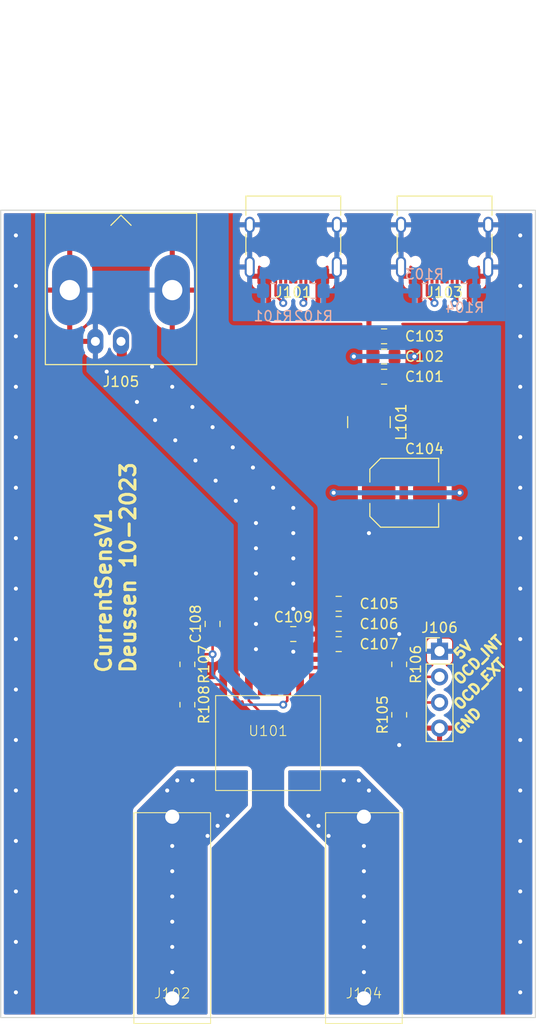
<source format=kicad_pcb>
(kicad_pcb (version 20221018) (generator pcbnew)
  (title_block (comment 4 "AISLER Project ID: ADEPIEZD"))
  (layers (0 "F.Cu" mixed) (31 "B.Cu" mixed) (34 "B.Paste" user) (35 "F.Paste" user) (36 "B.SilkS" user "B.Silkscreen") (37 "F.SilkS" user "F.Silkscreen") (38 "B.Mask" user) (39 "F.Mask" user) (44 "Edge.Cuts" user))
  (net 0 "")
  (net 2 "GND")
  (net 3 "Net-(U101-Uref)")
  (net 4 "+5V")
  (net 5 "Net-(J101-CC1)")
  (net 9 "Net-(J101-CC2)")
  (net 13 "Net-(U101-Ueocd)")
  (net 14 "/Ip+")
  (net 15 "/Ip-")
  (net 16 "/OCD_INT")
  (net 17 "/OCD_EXT")
  (net 18 "Net-(C101-Pad1)")
  (net 19 "Net-(J105-In)")
  (net 23 "Net-(J103-CC2)")
  (net 27 "Net-(J103-CC1)")
  (footprint "Capacitor_SMD:C_0805_2012Metric_Pad1.18x1.45mm_HandSolder" (layer "F.Cu") (at 148 62.5)
    (fp_text reference "C103" (at 4 0) (layer "F.SilkS"))
    (fp_text value "1n")
    (fp_line (start -0.261252 -0.735) (end 0.261252 -0.735) (stroke (width 0.12)) (layer "F.SilkS"))
    (fp_line (start -0.261252 0.735) (end 0.261252 0.735) (stroke (width 0.12)) (layer "F.SilkS"))
    (pad "1" smd roundrect (at -1.0375 0) (size 1.175 1.45) (layers "F.Cu" "F.Paste" "F.Mask") (roundrect_rratio 0.2127659574) (net 18 "Net-(C101-Pad1)"))
    (pad "2" smd roundrect (at 1.0375 0) (size 1.175 1.45) (layers "F.Cu" "F.Paste" "F.Mask") (roundrect_rratio 0.2127659574) (net 2 "GND"))
  )
  (footprint "Capacitor_SMD:C_Elec_6.3x7.7" (layer "F.Cu") (at 150 78)
    (fp_text reference "C104" (at 2 -4.35) (layer "F.SilkS"))
    (fp_text value "100u")
    (fp_line (start -3.41 -2.345563) (end -3.41 -1.06) (stroke (width 0.12)) (layer "F.SilkS"))
    (fp_line (start -3.41 -2.345563) (end -2.345563 -3.41) (stroke (width 0.12)) (layer "F.SilkS"))
    (fp_line (start -3.41 2.345563) (end -3.41 1.06) (stroke (width 0.12)) (layer "F.SilkS"))
    (fp_line (start -3.41 2.345563) (end -2.345563 3.41) (stroke (width 0.12)) (layer "F.SilkS"))
    (fp_line (start -2.345563 -3.41) (end 3.41 -3.41) (stroke (width 0.12)) (layer "F.SilkS"))
    (fp_line (start -2.345563 3.41) (end 3.41 3.41) (stroke (width 0.12)) (layer "F.SilkS"))
    (fp_line (start 3.41 -3.41) (end 3.41 -1.06) (stroke (width 0.12)) (layer "F.SilkS"))
    (fp_line (start 3.41 3.41) (end 3.41 1.06) (stroke (width 0.12)) (layer "F.SilkS"))
    (pad "1" smd roundrect (at -2.5375 0) (size 3.325 1.6) (layers "F.Cu" "F.Paste" "F.Mask") (roundrect_rratio 0.15625) (net 4 "+5V"))
    (pad "2" smd roundrect (at 2.5375 0) (size 3.325 1.6) (layers "F.Cu" "F.Paste" "F.Mask") (roundrect_rratio 0.15625) (net 2 "GND"))
  )
  (footprint "Capacitor_SMD:C_0805_2012Metric_Pad1.18x1.45mm_HandSolder" (layer "F.Cu") (at 148 64.5)
    (fp_text reference "C102" (at 4 0) (layer "F.SilkS"))
    (fp_text value "10n")
    (fp_line (start -0.261252 -0.735) (end 0.261252 -0.735) (stroke (width 0.12)) (layer "F.SilkS"))
    (fp_line (start -0.261252 0.735) (end 0.261252 0.735) (stroke (width 0.12)) (layer "F.SilkS"))
    (pad "1" smd roundrect (at -1.0375 0) (size 1.175 1.45) (layers "F.Cu" "F.Paste" "F.Mask") (roundrect_rratio 0.2127659574) (net 18 "Net-(C101-Pad1)"))
    (pad "2" smd roundrect (at 1.0375 0) (size 1.175 1.45) (layers "F.Cu" "F.Paste" "F.Mask") (roundrect_rratio 0.2127659574) (net 2 "GND"))
  )
  (footprint "Capacitor_SMD:C_0805_2012Metric_Pad1.18x1.45mm_HandSolder" (layer "F.Cu") (at 148 66.5)
    (fp_text reference "C101" (at 4 0) (layer "F.SilkS"))
    (fp_text value "100n")
    (fp_line (start -0.261252 -0.735) (end 0.261252 -0.735) (stroke (width 0.12)) (layer "F.SilkS"))
    (fp_line (start -0.261252 0.735) (end 0.261252 0.735) (stroke (width 0.12)) (layer "F.SilkS"))
    (pad "1" smd roundrect (at -1.0375 0) (size 1.175 1.45) (layers "F.Cu" "F.Paste" "F.Mask") (roundrect_rratio 0.2127659574) (net 18 "Net-(C101-Pad1)"))
    (pad "2" smd roundrect (at 1.0375 0) (size 1.175 1.45) (layers "F.Cu" "F.Paste" "F.Mask") (roundrect_rratio 0.2127659574) (net 2 "GND"))
  )
  (footprint "Capacitor_SMD:C_0805_2012Metric_Pad1.18x1.45mm_HandSolder" (layer "F.Cu") (at 139 92)
    (fp_text reference "C109" (at 0 -1.68) (layer "F.SilkS"))
    (fp_text value "4n7")
    (fp_line (start -0.261252 -0.735) (end 0.261252 -0.735) (stroke (width 0.12)) (layer "F.SilkS"))
    (fp_line (start -0.261252 0.735) (end 0.261252 0.735) (stroke (width 0.12)) (layer "F.SilkS"))
    (pad "1" smd roundrect (at -1.0375 0) (size 1.175 1.45) (layers "F.Cu" "F.Paste" "F.Mask") (roundrect_rratio 0.2127659574) (net 19 "Net-(J105-In)"))
    (pad "2" smd roundrect (at 1.0375 0) (size 1.175 1.45) (layers "F.Cu" "F.Paste" "F.Mask") (roundrect_rratio 0.2127659574) (net 2 "GND"))
  )
  (footprint "Capacitor_SMD:C_0805_2012Metric_Pad1.18x1.45mm_HandSolder" (layer "F.Cu") (at 143.5 93)
    (fp_text reference "C107" (at 4 0) (layer "F.SilkS"))
    (fp_text value "10n")
    (fp_line (start -0.261252 -0.735) (end 0.261252 -0.735) (stroke (width 0.12)) (layer "F.SilkS"))
    (fp_line (start -0.261252 0.735) (end 0.261252 0.735) (stroke (width 0.12)) (layer "F.SilkS"))
    (pad "1" smd roundrect (at -1.0375 0) (size 1.175 1.45) (layers "F.Cu" "F.Paste" "F.Mask") (roundrect_rratio 0.2127659574) (net 4 "+5V"))
    (pad "2" smd roundrect (at 1.0375 0) (size 1.175 1.45) (layers "F.Cu" "F.Paste" "F.Mask") (roundrect_rratio 0.2127659574) (net 2 "GND"))
  )
  (footprint "Resistor_SMD:R_0805_2012Metric_Pad1.20x1.40mm_HandSolder" (layer "F.Cu") (at 128.5 95 -90)
    (fp_text reference "R107" (at 0 -1.65 90) (layer "F.SilkS"))
    (fp_text value "10k")
    (fp_line (start -0.227064 -0.735) (end 0.227064 -0.735) (stroke (width 0.12)) (layer "F.SilkS"))
    (fp_line (start -0.227064 0.735) (end 0.227064 0.735) (stroke (width 0.12)) (layer "F.SilkS"))
    (pad "1" smd roundrect (at -1 0 270) (size 1.2 1.4) (layers "F.Cu" "F.Paste" "F.Mask") (roundrect_rratio 0.2083333333) (net 3 "Net-(U101-Uref)"))
    (pad "2" smd roundrect (at 1 0 270) (size 1.2 1.4) (layers "F.Cu" "F.Paste" "F.Mask") (roundrect_rratio 0.2083333333) (net 13 "Net-(U101-Ueocd)"))
  )
  (footprint "Connector_Coaxial:BNC_Amphenol_B6252HB-NPP3G-50_Horizontal" (layer "F.Cu") (at 121.92 63)
    (fp_text reference "J105" (at 0 4) (layer "F.SilkS"))
    (fp_text value "Conn_Coaxial")
    (fp_line (start -7.5 -12.7) (end 7.5 -12.7) (stroke (width 0.12)) (layer "F.SilkS"))
    (fp_line (start -7.5 2.3) (end -7.5 -12.7) (stroke (width 0.12)) (layer "F.SilkS"))
    (fp_line (start 0 -12.5) (end -1 -11.5) (stroke (width 0.12)) (layer "F.SilkS"))
    (fp_line (start 0 -12.5) (end 1 -11.5) (stroke (width 0.12)) (layer "F.SilkS"))
    (fp_line (start 7.5 -12.7) (end 7.5 2.3) (stroke (width 0.12)) (layer "F.SilkS"))
    (fp_line (start 7.5 2.3) (end -7.5 2.3) (stroke (width 0.12)) (layer "F.SilkS"))
    (pad "1" thru_hole oval (at 0 0) (size 1.6 2.5) (drill 0.89) (layers "*.Cu" "*.Mask") (net 19 "Net-(J105-In)"))
    (pad "2" thru_hole oval (at -5.08 -5.08) (size 3.5 7) (drill 2.01) (layers "*.Cu" "*.Mask") (net 2 "GND"))
    (pad "2" thru_hole oval (at -2.54 0) (size 1.6 2.5) (drill 0.89) (layers "*.Cu" "*.Mask") (net 2 "GND"))
    (pad "2" thru_hole oval (at 5.08 -5.08) (size 3.5 7) (drill 2.01) (layers "*.Cu" "*.Mask") (net 2 "GND"))
  )
  (footprint "Capacitor_SMD:C_0805_2012Metric_Pad1.18x1.45mm_HandSolder" (layer "F.Cu") (at 143.5 89)
    (fp_text reference "C105" (at 4 0) (layer "F.SilkS"))
    (fp_text value "1u")
    (fp_line (start -0.261252 -0.735) (end 0.261252 -0.735) (stroke (width 0.12)) (layer "F.SilkS"))
    (fp_line (start -0.261252 0.735) (end 0.261252 0.735) (stroke (width 0.12)) (layer "F.SilkS"))
    (pad "1" smd roundrect (at -1.0375 0) (size 1.175 1.45) (layers "F.Cu" "F.Paste" "F.Mask") (roundrect_rratio 0.2127659574) (net 4 "+5V"))
    (pad "2" smd roundrect (at 1.0375 0) (size 1.175 1.45) (layers "F.Cu" "F.Paste" "F.Mask") (roundrect_rratio 0.2127659574) (net 2 "GND"))
  )
  (footprint "Resistor_SMD:R_0805_2012Metric_Pad1.20x1.40mm_HandSolder" (layer "F.Cu") (at 149.5 95 -90)
    (fp_text reference "R106" (at 0 -1.65 90) (layer "F.SilkS"))
    (fp_text value "10k")
    (fp_line (start -0.227064 -0.735) (end 0.227064 -0.735) (stroke (width 0.12)) (layer "F.SilkS"))
    (fp_line (start -0.227064 0.735) (end 0.227064 0.735) (stroke (width 0.12)) (layer "F.SilkS"))
    (pad "1" smd roundrect (at -1 0 270) (size 1.2 1.4) (layers "F.Cu" "F.Paste" "F.Mask") (roundrect_rratio 0.2083333333) (net 4 "+5V"))
    (pad "2" smd roundrect (at 1 0 270) (size 1.2 1.4) (layers "F.Cu" "F.Paste" "F.Mask") (roundrect_rratio 0.2083333333) (net 16 "/OCD_INT"))
  )
  (footprint "Capacitor_SMD:C_0805_2012Metric_Pad1.18x1.45mm_HandSolder" (layer "F.Cu") (at 131 91 90)
    (fp_text reference "C108" (at 0 -1.68 90) (layer "F.SilkS"))
    (fp_text value "47n")
    (fp_line (start -0.261252 -0.735) (end 0.261252 -0.735) (stroke (width 0.12)) (layer "F.SilkS"))
    (fp_line (start -0.261252 0.735) (end 0.261252 0.735) (stroke (width 0.12)) (layer "F.SilkS"))
    (pad "1" smd roundrect (at -1.0375 0 90) (size 1.175 1.45) (layers "F.Cu" "F.Paste" "F.Mask") (roundrect_rratio 0.2127659574) (net 3 "Net-(U101-Uref)"))
    (pad "2" smd roundrect (at 1.0375 0 90) (size 1.175 1.45) (layers "F.Cu" "F.Paste" "F.Mask") (roundrect_rratio 0.2127659574) (net 2 "GND"))
  )
  (footprint "Connector_USB:USB_C_Receptacle_HRO_TYPE-C-31-M-12" (layer "F.Cu") (at 154 52.5 180)
    (fp_text reference "J103" (at 0 -5.645) (layer "F.SilkS"))
    (fp_text value "USB_C_Receptacle_USB2.0")
    (fp_line (start -4.7 -1.9) (end -4.7 0.1) (stroke (width 0.12)) (layer "F.SilkS"))
    (fp_line (start -4.7 2) (end -4.7 3.9) (stroke (width 0.12)) (layer "F.SilkS"))
    (fp_line (start -4.7 3.9) (end 4.7 3.9) (stroke (width 0.12)) (layer "F.SilkS"))
    (fp_line (start 4.7 -1.9) (end 4.7 0.1) (stroke (width 0.12)) (layer "F.SilkS"))
    (fp_line (start 4.7 2) (end 4.7 3.9) (stroke (width 0.12)) (layer "F.SilkS"))
    (pad "" np_thru_hole circle (at -2.89 -2.6 180) (size 0.65 0.65) (drill 0.65) (layers "*.Cu" "*.Mask"))
    (pad "" np_thru_hole circle (at 2.89 -2.6 180) (size 0.65 0.65) (drill 0.65) (layers "*.Cu" "*.Mask"))
    (pad "A1" smd rect (at -3.25 -4.045 180) (size 0.6 1.45) (layers "F.Cu" "F.Paste" "F.Mask") (net 2 "GND"))
    (pad "A4" smd rect (at -2.45 -4.045 180) (size 0.6 1.45) (layers "F.Cu" "F.Paste" "F.Mask") (net 18 "Net-(C101-Pad1)"))
    (pad "A5" smd rect (at -1.25 -4.045 180) (size 0.3 1.45) (layers "F.Cu" "F.Paste" "F.Mask") (net 27 "Net-(J103-CC1)"))
    (pad "A6" smd rect (at -0.25 -4.045 180) (size 0.3 1.45) (layers "F.Cu" "F.Paste" "F.Mask"))
    (pad "A7" smd rect (at 0.25 -4.045 180) (size 0.3 1.45) (layers "F.Cu" "F.Paste" "F.Mask"))
    (pad "A8" smd rect (at 1.25 -4.045 180) (size 0.3 1.45) (layers "F.Cu" "F.Paste" "F.Mask"))
    (pad "A9" smd rect (at 2.45 -4.045 180) (size 0.6 1.45) (layers "F.Cu" "F.Paste" "F.Mask") (net 18 "Net-(C101-Pad1)"))
    (pad "A12" smd rect (at 3.25 -4.045 180) (size 0.6 1.45) (layers "F.Cu" "F.Paste" "F.Mask") (net 2 "GND"))
    (pad "B1" smd rect (at 3.25 -4.045 180) (size 0.6 1.45) (layers "F.Cu" "F.Paste" "F.Mask") (net 2 "GND"))
    (pad "B4" smd rect (at 2.45 -4.045 180) (size 0.6 1.45) (layers "F.Cu" "F.Paste" "F.Mask") (net 18 "Net-(C101-Pad1)"))
    (pad "B5" smd rect (at 1.75 -4.045 180) (size 0.3 1.45) (layers "F.Cu" "F.Paste" "F.Mask") (net 23 "Net-(J103-CC2)"))
    (pad "B6" smd rect (at 0.75 -4.045 180) (size 0.3 1.45) (layers "F.Cu" "F.Paste" "F.Mask"))
    (pad "B7" smd rect (at -0.75 -4.045 180) (size 0.3 1.45) (layers "F.Cu" "F.Paste" "F.Mask"))
    (pad "B8" smd rect (at -1.75 -4.045 180) (size 0.3 1.45) (layers "F.Cu" "F.Paste" "F.Mask"))
    (pad "B9" smd rect (at -2.45 -4.045 180) (size 0.6 1.45) (layers "F.Cu" "F.Paste" "F.Mask") (net 18 "Net-(C101-Pad1)"))
    (pad "B12" smd rect (at -3.25 -4.045 180) (size 0.6 1.45) (layers "F.Cu" "F.Paste" "F.Mask") (net 2 "GND"))
    (pad "S1" thru_hole oval (at -4.32 -3.13 180) (size 1 2.1) (drill oval 0.6 1.7) (layers "*.Cu" "*.Mask") (net 2 "GND"))
    (pad "S1" thru_hole oval (at -4.32 1.05 180) (size 1 1.6) (drill oval 0.6 1.2) (layers "*.Cu" "*.Mask") (net 2 "GND"))
    (pad "S1" thru_hole oval (at 4.32 -3.13 180) (size 1 2.1) (drill oval 0.6 1.7) (layers "*.Cu" "*.Mask") (net 2 "GND"))
    (pad "S1" thru_hole oval (at 4.32 1.05 180) (size 1 1.6) (drill oval 0.6 1.2) (layers "*.Cu" "*.Mask") (net 2 "GND"))
  )
  (footprint "Connector_PinHeader_2.54mm:PinHeader_1x04_P2.54mm_Vertical" (layer "F.Cu") (at 153.5 93.7)
    (fp_text reference "J106" (at 0 -2.33) (layer "F.SilkS"))
    (fp_text value "Conn_01x04")
    (fp_line (start -1.33 -1.33) (end 0 -1.33) (stroke (width 0.12)) (layer "F.SilkS"))
    (fp_line (start -1.33 0) (end -1.33 -1.33) (stroke (width 0.12)) (layer "F.SilkS"))
    (fp_line (start -1.33 1.27) (end -1.33 8.95) (stroke (width 0.12)) (layer "F.SilkS"))
    (fp_line (start -1.33 1.27) (end 1.33 1.27) (stroke (width 0.12)) (layer "F.SilkS"))
    (fp_line (start -1.33 8.95) (end 1.33 8.95) (stroke (width 0.12)) (layer "F.SilkS"))
    (fp_line (start 1.33 1.27) (end 1.33 8.95) (stroke (width 0.12)) (layer "F.SilkS"))
    (pad "1" thru_hole rect (at 0 0) (size 1.7 1.7) (drill 1) (layers "*.Cu" "*.Mask") (net 4 "+5V"))
    (pad "2" thru_hole oval (at 0 2.54) (size 1.7 1.7) (drill 1) (layers "*.Cu" "*.Mask") (net 16 "/OCD_INT"))
    (pad "3" thru_hole oval (at 0 5.08) (size 1.7 1.7) (drill 1) (layers "*.Cu" "*.Mask") (net 17 "/OCD_EXT"))
    (pad "4" thru_hole oval (at 0 7.62) (size 1.7 1.7) (drill 1) (layers "*.Cu" "*.Mask") (net 2 "GND"))
  )
  (footprint "CurrentSens:PB4" (layer "F.Cu") (at 127 128.1)
    (fp_text reference "J102" (at 0 -0.5 unlocked) (layer "F.SilkS") (effects (font (thickness 0.1))))
    (fp_text value "Conn_01x01")
    (fp_rect (start -3.8 -18.4) (end 3.8 2.5) (stroke (width 0.1)) (fill none) (layer "F.SilkS"))
    (pad "1" thru_hole circle (at 0 -18) (size 2.2 2.2) (drill 1.4) (layers "*.Cu" "*.Mask") (net 14 "/Ip+"))
    (pad "1" thru_hole circle (at 0 0) (size 2.2 2.2) (drill 1.4) (layers "*.Cu" "*.Mask") (net 14 "/Ip+"))
  )
  (footprint "CurrentSens:LEM_HMSR" (layer "F.Cu") (at 136.5 102.1)
    (fp_text reference "U101" (at 0 -0.5 unlocked) (layer "F.SilkS") (effects (font (thickness 0.1))))
    (fp_text value "~")
    (fp_rect (start -5.2 -4) (end 5.2 5.4) (stroke (width 0.1)) (fill none) (layer "F.SilkS"))
    (pad "1" smd rect (at -4.06 5.35) (size 2.54 2.7) (layers "F.Cu" "F.Paste" "F.Mask") (net 14 "/Ip+"))
    (pad "8" smd rect (at 4.06 5.35) (size 2.54 2.7) (layers "F.Cu" "F.Paste" "F.Mask") (net 15 "/Ip-"))
    (pad "9" smd rect (at 4.445 -5.1) (size 0.76 2.2) (layers "F.Cu" "F.Paste" "F.Mask") (net 16 "/OCD_INT"))
    (pad "10" smd rect (at 3.175 -5.1) (size 0.76 2.2) (layers "F.Cu" "F.Paste" "F.Mask") (net 4 "+5V"))
    (pad "11" smd rect (at 1.905 -5.1) (size 0.76 2.2) (layers "F.Cu" "F.Paste" "F.Mask") (net 3 "Net-(U101-Uref)"))
    (pad "12" smd rect (at 0.635 -5.1) (size 0.76 2.2) (layers "F.Cu" "F.Paste" "F.Mask") (net 19 "Net-(J105-In)"))
    (pad "13" smd rect (at -0.63 -5.1) (size 0.76 2.2) (layers "F.Cu" "F.Paste" "F.Mask"))
    (pad "14" smd rect (at -1.905 -5.1) (size 0.76 2.2) (layers "F.Cu" "F.Paste" "F.Mask") (net 17 "/OCD_EXT"))
    (pad "15" smd rect (at -3.175 -5.1) (size 0.76 2.2) (layers "F.Cu" "F.Paste" "F.Mask") (net 2 "GND"))
    (pad "16" smd rect (at -4.445 -5.1) (size 0.76 2.2) (layers "F.Cu" "F.Paste" "F.Mask") (net 13 "Net-(U101-Ueocd)"))
  )
  (footprint "Connector_USB:USB_C_Receptacle_HRO_TYPE-C-31-M-12" (layer "F.Cu") (at 139 52.5 180)
    (fp_text reference "J101" (at 0 -5.645) (layer "F.SilkS"))
    (fp_text value "USB_C_Receptacle_USB2.0")
    (fp_line (start -4.7 -1.9) (end -4.7 0.1) (stroke (width 0.12)) (layer "F.SilkS"))
    (fp_line (start -4.7 2) (end -4.7 3.9) (stroke (width 0.12)) (layer "F.SilkS"))
    (fp_line (start -4.7 3.9) (end 4.7 3.9) (stroke (width 0.12)) (layer "F.SilkS"))
    (fp_line (start 4.7 -1.9) (end 4.7 0.1) (stroke (width 0.12)) (layer "F.SilkS"))
    (fp_line (start 4.7 2) (end 4.7 3.9) (stroke (width 0.12)) (layer "F.SilkS"))
    (pad "" np_thru_hole circle (at -2.89 -2.6 180) (size 0.65 0.65) (drill 0.65) (layers "*.Cu" "*.Mask"))
    (pad "" np_thru_hole circle (at 2.89 -2.6 180) (size 0.65 0.65) (drill 0.65) (layers "*.Cu" "*.Mask"))
    (pad "A1" smd rect (at -3.25 -4.045 180) (size 0.6 1.45) (layers "F.Cu" "F.Paste" "F.Mask") (net 2 "GND"))
    (pad "A4" smd rect (at -2.45 -4.045 180) (size 0.6 1.45) (layers "F.Cu" "F.Paste" "F.Mask") (net 18 "Net-(C101-Pad1)"))
    (pad "A5" smd rect (at -1.25 -4.045 180) (size 0.3 1.45) (layers "F.Cu" "F.Paste" "F.Mask") (net 5 "Net-(J101-CC1)"))
    (pad "A6" smd rect (at -0.25 -4.045 180) (size 0.3 1.45) (layers "F.Cu" "F.Paste" "F.Mask"))
    (pad "A7" smd rect (at 0.25 -4.045 180) (size 0.3 1.45) (layers "F.Cu" "F.Paste" "F.Mask"))
    (pad "A8" smd rect (at 1.25 -4.045 180) (size 0.3 1.45) (layers "F.Cu" "F.Paste" "F.Mask"))
    (pad "A9" smd rect (at 2.45 -4.045 180) (size 0.6 1.45) (layers "F.Cu" "F.Paste" "F.Mask") (net 18 "Net-(C101-Pad1)"))
    (pad "A12" smd rect (at 3.25 -4.045 180) (size 0.6 1.45) (layers "F.Cu" "F.Paste" "F.Mask") (net 2 "GND"))
    (pad "B1" smd rect (at 3.25 -4.045 180) (size 0.6 1.45) (layers "F.Cu" "F.Paste" "F.Mask") (net 2 "GND"))
    (pad "B4" smd rect (at 2.45 -4.045 180) (size 0.6 1.45) (layers "F.Cu" "F.Paste" "F.Mask") (net 18 "Net-(C101-Pad1)"))
    (pad "B5" smd rect (at 1.75 -4.045 180) (size 0.3 1.45) (layers "F.Cu" "F.Paste" "F.Mask") (net 9 "Net-(J101-CC2)"))
    (pad "B6" smd rect (at 0.75 -4.045 180) (size 0.3 1.45) (layers "F.Cu" "F.Paste" "F.Mask"))
    (pad "B7" smd rect (at -0.75 -4.045 180) (size 0.3 1.45) (layers "F.Cu" "F.Paste" "F.Mask"))
    (pad "B8" smd rect (at -1.75 -4.045 180) (size 0.3 1.45) (layers "F.Cu" "F.Paste" "F.Mask"))
    (pad "B9" smd rect (at -2.45 -4.045 180) (size 0.6 1.45) (layers "F.Cu" "F.Paste" "F.Mask") (net 18 "Net-(C101-Pad1)"))
    (pad "B12" smd rect (at -3.25 -4.045 180) (size 0.6 1.45) (layers "F.Cu" "F.Paste" "F.Mask") (net 2 "GND"))
    (pad "S1" thru_hole oval (at -4.32 -3.13 180) (size 1 2.1) (drill oval 0.6 1.7) (layers "*.Cu" "*.Mask") (net 2 "GND"))
    (pad "S1" thru_hole oval (at -4.32 1.05 180) (size 1 1.6) (drill oval 0.6 1.2) (layers "*.Cu" "*.Mask") (net 2 "GND"))
    (pad "S1" thru_hole oval (at 4.32 -3.13 180) (size 1 2.1) (drill oval 0.6 1.7) (layers "*.Cu" "*.Mask") (net 2 "GND"))
    (pad "S1" thru_hole oval (at 4.32 1.05 180) (size 1 1.6) (drill oval 0.6 1.2) (layers "*.Cu" "*.Mask") (net 2 "GND"))
  )
  (footprint "Resistor_SMD:R_0805_2012Metric_Pad1.20x1.40mm_HandSolder" (layer "F.Cu") (at 149.5 100 90)
    (fp_text reference "R105" (at 0 -1.65 90) (layer "F.SilkS"))
    (fp_text value "10k")
    (fp_line (start -0.227064 -0.735) (end 0.227064 -0.735) (stroke (width 0.12)) (layer "F.SilkS"))
    (fp_line (start -0.227064 0.735) (end 0.227064 0.735) (stroke (width 0.12)) (layer "F.SilkS"))
    (pad "1" smd roundrect (at -1 0 90) (size 1.2 1.4) (layers "F.Cu" "F.Paste" "F.Mask") (roundrect_rratio 0.2083333333) (net 4 "+5V"))
    (pad "2" smd roundrect (at 1 0 90) (size 1.2 1.4) (layers "F.Cu" "F.Paste" "F.Mask") (roundrect_rratio 0.2083333333) (net 17 "/OCD_EXT"))
  )
  (footprint "Capacitor_SMD:C_0805_2012Metric_Pad1.18x1.45mm_HandSolder" (layer "F.Cu") (at 143.5 91)
    (fp_text reference "C106" (at 4 0) (layer "F.SilkS"))
    (fp_text value "100n")
    (fp_line (start -0.261252 -0.735) (end 0.261252 -0.735) (stroke (width 0.12)) (layer "F.SilkS"))
    (fp_line (start -0.261252 0.735) (end 0.261252 0.735) (stroke (width 0.12)) (layer "F.SilkS"))
    (pad "1" smd roundrect (at -1.0375 0) (size 1.175 1.45) (layers "F.Cu" "F.Paste" "F.Mask") (roundrect_rratio 0.2127659574) (net 4 "+5V"))
    (pad "2" smd roundrect (at 1.0375 0) (size 1.175 1.45) (layers "F.Cu" "F.Paste" "F.Mask") (roundrect_rratio 0.2127659574) (net 2 "GND"))
  )
  (footprint "Inductor_SMD:L_Ferrocore_DLG-0403" (layer "F.Cu") (at 146.5 71 -90)
    (fp_text reference "L101" (at 0 -3.2 90) (layer "F.SilkS"))
    (fp_text value "L")
    (fp_line (start -0.55 -2.11) (end 0.55 -2.11) (stroke (width 0.12)) (layer "F.SilkS"))
    (fp_line (start -0.55 2.11) (end 0.55 2.11) (stroke (width 0.12)) (layer "F.SilkS"))
    (pad "1" smd rect (at -1.625 0 270) (size 1.75 4.5) (layers "F.Cu" "F.Paste" "F.Mask") (net 18 "Net-(C101-Pad1)"))
    (pad "2" smd rect (at 1.625 0 270) (size 1.75 4.5) (layers "F.Cu" "F.Paste" "F.Mask") (net 4 "+5V"))
  )
  (footprint "CurrentSens:PB4" (layer "F.Cu") (at 146 128.1)
    (fp_text reference "J104" (at 0 -0.5 unlocked) (layer "F.SilkS") (effects (font (thickness 0.1))))
    (fp_text value "Conn_01x01")
    (fp_rect (start -3.8 -18.4) (end 3.8 2.5) (stroke (width 0.1)) (fill none) (layer "F.SilkS"))
    (pad "1" thru_hole circle (at 0 -18) (size 2.2 2.2) (drill 1.4) (layers "*.Cu" "*.Mask") (net 15 "/Ip-"))
    (pad "1" thru_hole circle (at 0 0) (size 2.2 2.2) (drill 1.4) (layers "*.Cu" "*.Mask") (net 15 "/Ip-"))
  )
  (footprint "Resistor_SMD:R_0805_2012Metric_Pad1.20x1.40mm_HandSolder" (layer "F.Cu") (at 128.5 99 -90)
    (fp_text reference "R108" (at 0 -1.65 90) (layer "F.SilkS"))
    (fp_text value "10k")
    (fp_line (start -0.227064 -0.735) (end 0.227064 -0.735) (stroke (width 0.12)) (layer "F.SilkS"))
    (fp_line (start -0.227064 0.735) (end 0.227064 0.735) (stroke (width 0.12)) (layer "F.SilkS"))
    (pad "1" smd roundrect (at -1 0 270) (size 1.2 1.4) (layers "F.Cu" "F.Paste" "F.Mask") (roundrect_rratio 0.2083333333) (net 13 "Net-(U101-Ueocd)"))
    (pad "2" smd roundrect (at 1 0 270) (size 1.2 1.4) (layers "F.Cu" "F.Paste" "F.Mask") (roundrect_rratio 0.2083333333) (net 2 "GND"))
  )
  (footprint "Resistor_SMD:R_0805_2012Metric_Pad1.20x1.40mm_HandSolder" (layer "B.Cu") (at 141 58)
    (fp_text reference "R102" (at 0 2.5) (layer "B.SilkS") (effects (justify mirror)))
    (fp_text value "5k1")
    (fp_line (start -0.227064 -0.735) (end 0.227064 -0.735) (stroke (width 0.12)) (layer "B.SilkS"))
    (fp_line (start -0.227064 0.735) (end 0.227064 0.735) (stroke (width 0.12)) (layer "B.SilkS"))
    (pad "1" smd roundrect (at -1 0) (size 1.2 1.4) (layers "B.Cu" "B.Paste" "B.Mask") (roundrect_rratio 0.2083333333) (net 5 "Net-(J101-CC1)"))
    (pad "2" smd roundrect (at 1 0) (size 1.2 1.4) (layers "B.Cu" "B.Paste" "B.Mask") (roundrect_rratio 0.2083333333) (net 2 "GND"))
  )
  (footprint "Resistor_SMD:R_0805_2012Metric_Pad1.20x1.40mm_HandSolder" (layer "B.Cu") (at 156 58)
    (fp_text reference "R104" (at 0 1.65) (layer "B.SilkS") (effects (justify mirror)))
    (fp_text value "5k1")
    (fp_line (start -0.227064 -0.735) (end 0.227064 -0.735) (stroke (width 0.12)) (layer "B.SilkS"))
    (fp_line (start -0.227064 0.735) (end 0.227064 0.735) (stroke (width 0.12)) (layer "B.SilkS"))
    (pad "1" smd roundrect (at -1 0) (size 1.2 1.4) (layers "B.Cu" "B.Paste" "B.Mask") (roundrect_rratio 0.2083333333) (net 27 "Net-(J103-CC1)"))
    (pad "2" smd roundrect (at 1 0) (size 1.2 1.4) (layers "B.Cu" "B.Paste" "B.Mask") (roundrect_rratio 0.2083333333) (net 2 "GND"))
  )
  (footprint "Resistor_SMD:R_0805_2012Metric_Pad1.20x1.40mm_HandSolder" (layer "B.Cu") (at 137 58 180)
    (fp_text reference "R101" (at 0 -2.5) (layer "B.SilkS") (effects (justify mirror)))
    (fp_text value "5k1")
    (fp_line (start -0.227064 -0.735) (end 0.227064 -0.735) (stroke (width 0.12)) (layer "B.SilkS"))
    (fp_line (start -0.227064 0.735) (end 0.227064 0.735) (stroke (width 0.12)) (layer "B.SilkS"))
    (pad "1" smd roundrect (at -1 0 180) (size 1.2 1.4) (layers "B.Cu" "B.Paste" "B.Mask") (roundrect_rratio 0.2083333333) (net 9 "Net-(J101-CC2)"))
    (pad "2" smd roundrect (at 1 0 180) (size 1.2 1.4) (layers "B.Cu" "B.Paste" "B.Mask") (roundrect_rratio 0.2083333333) (net 2 "GND"))
  )
  (footprint "Resistor_SMD:R_0805_2012Metric_Pad1.20x1.40mm_HandSolder" (layer "B.Cu") (at 152 58 180)
    (fp_text reference "R103" (at 0 1.65) (layer "B.SilkS") (effects (justify mirror)))
    (fp_text value "5k1")
    (fp_line (start -0.227064 -0.735) (end 0.227064 -0.735) (stroke (width 0.12)) (layer "B.SilkS"))
    (fp_line (start -0.227064 0.735) (end 0.227064 0.735) (stroke (width 0.12)) (layer "B.SilkS"))
    (pad "1" smd roundrect (at -1 0 180) (size 1.2 1.4) (layers "B.Cu" "B.Paste" "B.Mask") (roundrect_rratio 0.2083333333) (net 23 "Net-(J103-CC2)"))
    (pad "2" smd roundrect (at 1 0 180) (size 1.2 1.4) (layers "B.Cu" "B.Paste" "B.Mask") (roundrect_rratio 0.2083333333) (net 2 "GND"))
  )
  (gr_rect (start 110 50) (end 163 130) (stroke (width 0.1)) (fill none) (layer "Edge.Cuts"))
  (gr_text "CurrentSensV1\nDeussen 10-2023" (at 123.5 96 90) (layer "F.SilkS") (effects (font (size 1.5 1.5) (thickness 0.3) bold) (justify left bottom)))
  (gr_text "OCD_INT" (at 155.5 97.25 45) (layer "F.SilkS") (effects (font (size 1 1) (thickness 0.25) bold) (justify left bottom)))
  (gr_text "5V" (at 155.5 94.75 45) (layer "F.SilkS") (effects (font (size 1 1) (thickness 0.25) bold) (justify left bottom)))
  (gr_text "GND" (at 155.5 102.25 45) (layer "F.SilkS") (effects (font (size 1 1) (thickness 0.25) bold) (justify left bottom)))
  (gr_text "OCD_EXT" (at 155.5 99.75 45) (layer "F.SilkS") (effects (font (size 1 1) (thickness 0.25) bold) (justify left bottom)))
  (segment (start 143.32 56.545) (end 143.32 55.63) (width 0.5) (layer "F.Cu") (net 2))
  (segment (start 157.25 56.545) (end 158.32 56.545) (width 0.5) (layer "F.Cu") (net 2))
  (segment (start 133.325 97) (end 133.325 99) (width 0.5) (layer "F.Cu") (net 2))
  (segment (start 133.5 93.5) (end 135.3 93.5) (width 0.5) (layer "F.Cu") (net 2))
  (segment (start 133.325 99) (end 133.325 99.675) (width 0.5) (layer "F.Cu") (net 2))
  (segment (start 133 100) (end 128.5 100) (width 0.5) (layer "F.Cu") (net 2))
  (segment (start 158.32 56.545) (end 158.32 55.63) (width 0.5) (layer "F.Cu") (net 2))
  (segment (start 133.325 97) (end 133.325 93.675) (width 0.5) (layer "F.Cu") (net 2))
  (segment (start 133.325 93.675) (end 133.5 93.5) (width 0.5) (layer "F.Cu") (net 2))
  (segment (start 142.25 56.545) (end 143.32 56.545) (width 0.5) (layer "F.Cu") (net 2))
  (segment (start 133.325 99.675) (end 133 100) (width 0.5) (layer "F.Cu") (net 2))
  (via (at 161.5 67.5) (size 0.8) (drill 0.4) (layers "F.Cu" "B.Cu") (net 2))
  (via (at 161.5 97.5) (size 0.8) (drill 0.4) (layers "F.Cu" "B.Cu") (net 2))
  (via (at 129 69.5) (size 0.8) (drill 0.4) (layers "F.Cu" "B.Cu") (net 2))
  (via (at 135.3 83.5) (size 0.8) (drill 0.4) (layers "F.Cu" "B.Cu") (net 2))
  (via (at 161.5 122.5) (size 0.8) (drill 0.4) (layers "F.Cu" "B.Cu") (net 2))
  (via (at 139 93.75) (size 0.8) (drill 0.4) (layers "F.Cu" "B.Cu") (net 2))
  (via (at 155.5 78) (size 0.8) (drill 0.4) (layers "F.Cu" "B.Cu") (net 2))
  (via (at 111.5 87.5) (size 0.8) (drill 0.4) (layers "F.Cu" "B.Cu") (net 2))
  (via (at 111.5 122.5) (size 0.8) (drill 0.4) (layers "F.Cu" "B.Cu") (net 2))
  (via (at 139 89.5) (size 0.8) (drill 0.4) (layers "F.Cu" "B.Cu") (net 2))
  (via (at 129.3 74.8) (size 0.8) (drill 0.4) (layers "F.Cu" "B.Cu") (net 2))
  (via (at 111.5 97.5) (size 0.8) (drill 0.4) (layers "F.Cu" "B.Cu") (net 2))
  (via (at 133 73.5) (size 0.8) (drill 0.4) (layers "F.Cu" "B.Cu") (net 2))
  (via (at 111.5 107.5) (size 0.8) (drill 0.4) (layers "F.Cu" "B.Cu") (net 2))
  (via (at 139 84.5) (size 0.8) (drill 0.4) (layers "F.Cu" "B.Cu") (net 2))
  (via (at 135.3 86) (size 0.8) (drill 0.4) (layers "F.Cu" "B.Cu") (net 2))
  (via (at 111.5 82.5) (size 0.8) (drill 0.4) (layers "F.Cu" "B.Cu") (net 2))
  (via (at 139 87) (size 0.8) (drill 0.4) (layers "F.Cu" "B.Cu") (net 2))
  (via (at 111.5 57.5) (size 0.8) (drill 0.4) (layers "F.Cu" "B.Cu") (net 2))
  (via (at 135.3 81) (size 0.8) (drill 0.4) (layers "F.Cu" "B.Cu") (net 2))
  (via (at 151 64.5) (size 0.8) (drill 0.4) (layers "F.Cu" "B.Cu") (net 2))
  (via (at 139 79.5) (size 0.8) (drill 0.4) (layers "F.Cu" "B.Cu") (net 2))
  (via (at 135.3 88.5) (size 0.8) (drill 0.4) (layers "F.Cu" "B.Cu") (net 2))
  (via (at 143 78) (size 0.8) (drill 0.4) (layers "F.Cu" "B.Cu") (net 2))
  (via (at 111.5 127.5) (size 0.8) (drill 0.4) (layers "F.Cu" "B.Cu") (net 2))
  (via (at 161.5 57.5) (size 0.8) (drill 0.4) (layers "F.Cu" "B.Cu") (net 2))
  (via (at 161.5 117.5) (size 0.8) (drill 0.4) (layers "F.Cu" "B.Cu") (net 2))
  (via (at 161.5 77.5) (size 0.8) (drill 0.4) (layers "F.Cu" "B.Cu") (net 2))
  (via (at 135 75.5) (size 0.8) (drill 0.4) (layers "F.Cu" "B.Cu") (net 2))
  (via (at 131.3 76.8) (size 0.8) (drill 0.4) (layers "F.Cu" "B.Cu") (net 2))
  (via (at 111.5 72.5) (size 0.8) (drill 0.4) (layers "F.Cu" "B.Cu") (net 2))
  (via (at 161.5 127.5) (size 0.8) (drill 0.4) (layers "F.Cu" "B.Cu") (net 2))
  (via (at 111.5 117.5) (size 0.8) (drill 0.4) (layers "F.Cu" "B.Cu") (net 2))
  (via (at 111.5 112.5) (size 0.8) (drill 0.4) (layers "F.Cu" "B.Cu") (net 2))
  (via (at 161.5 82.5) (size 0.8) (drill 0.4) (layers "F.Cu" "B.Cu") (net 2))
  (via (at 161.5 102.5) (size 0.8) (drill 0.4) (layers "F.Cu" "B.Cu") (net 2))
  (via (at 133.3 78.8) (size 0.8) (drill 0.4) (layers "F.Cu" "B.Cu") (net 2))
  (via (at 127 67.5) (size 0.8) (drill 0.4) (layers "F.Cu" "B.Cu") (net 2))
  (via (at 111.5 92.5) (size 0.8) (drill 0.4) (layers "F.Cu" "B.Cu") (net 2))
  (via (at 111.5 62.5) (size 0.8) (drill 0.4) (layers "F.Cu" "B.Cu") (net 2))
  (via (at 111.5 77.5) (size 0.8) (drill 0.4) (layers "F.Cu" "B.Cu") (net 2))
  (via (at 127.3 72.8) (size 0.8) (drill 0.4) (layers "F.Cu" "B.Cu") (net 2))
  (via (at 111.5 102.5) (size 0.8) (drill 0.4) (layers "F.Cu" "B.Cu") (net 2))
  (via (at 125 65.5) (size 0.8) (drill 0.4) (layers "F.Cu" "B.Cu") (net 2))
  (via (at 161.5 52.5) (size 0.8) (drill 0.4) (layers "F.Cu" "B.Cu") (net 2))
  (via (at 161.5 107.5) (size 0.8) (drill 0.4) (layers "F.Cu" "B.Cu") (net 2))
  (via (at 139 82) (size 0.8) (drill 0.4) (layers "F.Cu" "B.Cu") (net 2))
  (via (at 145 64.5) (size 0.8) (drill 0.4) (layers "F.Cu" "B.Cu") (net 2))
  (via (at 161.5 92.5) (size 0.8) (drill 0.4) (layers "F.Cu" "B.Cu") (net 2))
  (via (at 123.5 69) (size 0.8) (drill 0.4) (layers "F.Cu" "B.Cu") (net 2))
  (via (at 161.5 112.5) (size 0.8) (drill 0.4) (layers "F.Cu" "B.Cu") (net 2))
  (via (at 111.5 67.5) (size 0.8) (drill 0.4) (layers "F.Cu" "B.Cu") (net 2))
  (via (at 135.3 93.5) (size 0.8) (drill 0.4) (layers "F.Cu" "B.Cu") (net 2))
  (via (at 135.3 91) (size 0.8) (drill 0.4) (layers "F.Cu" "B.Cu") (net 2))
  (via (at 161.5 72.5) (size 0.8) (drill 0.4) (layers "F.Cu" "B.Cu") (net 2))
  (via (at 111.5 52.5) (size 0.8) (drill 0.4) (layers "F.Cu" "B.Cu") (net 2))
  (via (at 125.3 70.8) (size 0.8) (drill 0.4) (layers "F.Cu" "B.Cu") (net 2))
  (via (at 131 71.5) (size 0.8) (drill 0.4) (layers "F.Cu" "B.Cu") (net 2))
  (via (at 161.5 87.5) (size 0.8) (drill 0.4) (layers "F.Cu" "B.Cu") (net 2))
  (via (at 120.5 66) (size 0.8) (drill 0.4) (layers "F.Cu" "B.Cu") (net 2))
  (via (at 161.5 62.5) (size 0.8) (drill 0.4) (layers "F.Cu" "B.Cu") (net 2))
  (via (at 137 77.5) (size 0.8) (drill 0.4) (layers "F.Cu" "B.Cu") (net 2))
  (segment (start 151 64.5) (end 145 64.5) (width 0.5) (layer "B.Cu") (net 2))
  (segment (start 143 58) (end 143.32 57.68) (width 0.25) (layer "B.Cu") (net 2))
  (segment (start 136 58) (end 135 58) (width 0.25) (layer "B.Cu") (net 2))
  (segment (start 158 58) (end 158.32 57.68) (width 0.25) (layer "B.Cu") (net 2))
  (segment (start 157 58) (end 158 58) (width 0.25) (layer "B.Cu") (net 2))
  (segment (start 150 58) (end 149.68 57.68) (width 0.25) (layer "B.Cu") (net 2))
  (segment (start 134.68 57.68) (end 134.68 55.63) (width 0.25) (layer "B.Cu") (net 2))
  (segment (start 149.68 57.68) (end 149.68 55.63) (width 0.25) (layer "B.Cu") (net 2))
  (segment (start 135 58) (end 134.68 57.68) (width 0.25) (layer "B.Cu") (net 2))
  (segment (start 158.32 57.68) (end 158.32 55.63) (width 0.25) (layer "B.Cu") (net 2))
  (segment (start 143.32 57.68) (end 143.32 55.63) (width 0.25) (layer "B.Cu") (net 2))
  (segment (start 142 58) (end 143 58) (width 0.25) (layer "B.Cu") (net 2))
  (segment (start 151 58) (end 150 58) (width 0.25) (layer "B.Cu") (net 2))
  (segment (start 155.5 78) (end 143 78) (width 0.5) (layer "B.Cu") (net 2))
  (segment (start 138.405 97) (end 138.405 98.595) (width 0.25) (layer "F.Cu") (net 3))
  (segment (start 131 94) (end 128.5 94) (width 0.25) (layer "F.Cu") (net 3))
  (segment (start 131 94) (end 131 92.0375) (width 0.25) (layer "F.Cu") (net 3))
  (segment (start 138.405 98.595) (end 138 99) (width 0.25) (layer "F.Cu") (net 3))
  (via (at 131 94) (size 0.8) (drill 0.4) (layers "F.Cu" "B.Cu") (net 3))
  (via (at 138 99) (size 0.8) (drill 0.4) (layers "F.Cu" "B.Cu") (net 3))
  (segment (start 134 99) (end 138 99) (width 0.25) (layer "B.Cu") (net 3))
  (segment (start 131 96) (end 134 99) (width 0.25) (layer "B.Cu") (net 3))
  (segment (start 131 94) (end 131 96) (width 0.25) (layer "B.Cu") (net 3))
  (segment (start 140.5 94.5) (end 139.675 95.325) (width 0.5) (layer "F.Cu") (net 4))
  (segment (start 142.4625 94.0375) (end 142 94.5) (width 0.5) (layer "F.Cu") (net 4))
  (segment (start 142.5 88.9625) (end 142.5 84.5) (width 0.5) (layer "F.Cu") (net 4))
  (segment (start 149.5 101) (end 149.5 103) (width 0.5) (layer "F.Cu") (net 4))
  (segment (start 146.5 72.625) (end 146.5 80) (width 0.5) (layer "F.Cu") (net 4))
  (segment (start 146.5 80.5) (end 146.5 82) (width 0.5) (layer "F.Cu") (net 4))
  (segment (start 142.4625 93) (end 142.4625 94.0375) (width 0.5) (layer "F.Cu") (net 4))
  (segment (start 142.4625 91) (end 142.4625 89) (width 0.5) (layer "F.Cu") (net 4))
  (segment (start 142 94.5) (end 140.5 94.5) (width 0.5) (layer "F.Cu") (net 4))
  (segment (start 146.5 80) (end 146.5 80.5) (width 0.5) (layer "F.Cu") (net 4))
  (segment (start 142.4625 89) (end 142.5 88.9625) (width 0.5) (layer "F.Cu") (net 4))
  (segment (start 149.5 94) (end 149.5 92) (width 0.5) (layer "F.Cu") (net 4))
  (segment (start 142.4625 93) (end 142.4625 91) (width 0.5) (layer "F.Cu") (net 4))
  (segment (start 139.675 95.325) (end 139.675 97) (width 0.5) (layer "F.Cu") (net 4))
  (segment (start 142.5 84.5) (end 146.5 80.5) (width 0.5) (layer "F.Cu") (net 4))
  (via (at 149.5 92) (size 0.8) (drill 0.4) (layers "F.Cu" "B.Cu") (net 4))
  (via (at 146.5 82) (size 0.8) (drill 0.4) (layers "F.Cu" "B.Cu") (net 4))
  (via (at 149.5 103) (size 0.8) (drill 0.4) (layers "F.Cu" "B.Cu") (net 4))
  (segment (start 140 59.2) (end 140.25 58.95) (width 0.25) (layer "F.Cu") (net 5))
  (segment (start 140.25 58.95) (end 140.25 56.545) (width 0.25) (layer "F.Cu") (net 5))
  (via (at 140 59.2) (size 0.8) (drill 0.4) (layers "F.Cu" "B.Cu") (net 5))
  (segment (start 140 59.2) (end 140 58) (width 0.25) (layer "B.Cu") (net 5))
  (segment (start 137.25 58.45) (end 137.25 56.545) (width 0.25) (layer "F.Cu") (net 9))
  (segment (start 138 59.2) (end 137.25 58.45) (width 0.25) (layer "F.Cu") (net 9))
  (via (at 138 59.2) (size 0.8) (drill 0.4) (layers "F.Cu" "B.Cu") (net 9))
  (segment (start 138 59.2) (end 138 58) (width 0.25) (layer "B.Cu") (net 9))
  (segment (start 128.5 97) (end 128.5 97.5) (width 0.25) (layer "F.Cu") (net 13))
  (segment (start 132.055 97) (end 128.5 97) (width 0.25) (layer "F.Cu") (net 13))
  (segment (start 128.5 96) (end 128.5 97) (width 0.25) (layer "F.Cu") (net 13))
  (via (at 127.5 106.5) (size 0.8) (drill 0.4) (layers "F.Cu" "B.Cu") (net 14))
  (via (at 127 113) (size 0.8) (drill 0.4) (layers "F.Cu" "B.Cu") (net 14))
  (via (at 130.5 112) (size 0.8) (drill 0.4) (layers "F.Cu" "B.Cu") (net 14))
  (via (at 132.5 110) (size 0.8) (drill 0.4) (layers "F.Cu" "B.Cu") (net 14))
  (via (at 131.5 111) (size 0.8) (drill 0.4) (layers "F.Cu" "B.Cu") (net 14))
  (via (at 129 106.5) (size 0.8) (drill 0.4) (layers "F.Cu" "B.Cu") (net 14))
  (via (at 126.5 107.5) (size 0.8) (drill 0.4) (layers "F.Cu" "B.Cu") (net 14))
  (via (at 127 123) (size 0.8) (drill 0.4) (layers "F.Cu" "B.Cu") (net 14))
  (via (at 127 118) (size 0.8) (drill 0.4) (layers "F.Cu" "B.Cu") (net 14))
  (via (at 127 115.5) (size 0.8) (drill 0.4) (layers "F.Cu" "B.Cu") (net 14))
  (via (at 127 120.5) (size 0.8) (drill 0.4) (layers "F.Cu" "B.Cu") (net 14))
  (via (at 127 125.5) (size 0.8) (drill 0.4) (layers "F.Cu" "B.Cu") (net 14))
  (via (at 146 123) (size 0.8) (drill 0.4) (layers "F.Cu" "B.Cu") (net 15))
  (via (at 142.5 112) (size 0.8) (drill 0.4) (layers "F.Cu" "B.Cu") (net 15))
  (via (at 146 118) (size 0.8) (drill 0.4) (layers "F.Cu" "B.Cu") (net 15))
  (via (at 146 125.5) (size 0.8) (drill 0.4) (layers "F.Cu" "B.Cu") (net 15))
  (via (at 146 113) (size 0.8) (drill 0.4) (layers "F.Cu" "B.Cu") (net 15))
  (via (at 141.5 111) (size 0.8) (drill 0.4) (layers "F.Cu" "B.Cu") (net 15))
  (via (at 145.5 106.5) (size 0.8) (drill 0.4) (layers "F.Cu" "B.Cu") (net 15))
  (via (at 146.5 107.5) (size 0.8) (drill 0.4) (layers "F.Cu" "B.Cu") (net 15))
  (via (at 144 106.5) (size 0.8) (drill 0.4) (layers "F.Cu" "B.Cu") (net 15))
  (via (at 146 120.5) (size 0.8) (drill 0.4) (layers "F.Cu" "B.Cu") (net 15))
  (via (at 140.5 110) (size 0.8) (drill 0.4) (layers "F.Cu" "B.Cu") (net 15))
  (via (at 146 115.5) (size 0.8) (drill 0.4) (layers "F.Cu" "B.Cu") (net 15))
  (segment (start 147 96) (end 146 97) (width 0.25) (layer "F.Cu") (net 16))
  (segment (start 146 97) (end 140.945 97) (width 0.25) (layer "F.Cu") (net 16))
  (segment (start 149.5 96) (end 147 96) (width 0.25) (layer "F.Cu") (net 16))
  (segment (start 153.5 96.24) (end 149.74 96.24) (width 0.25) (layer "F.Cu") (net 16))
  (segment (start 149.74 96.24) (end 149.5 96) (width 0.25) (layer "F.Cu") (net 16))
  (segment (start 134.595 98.595) (end 136 100) (width 0.25) (layer "F.Cu") (net 17))
  (segment (start 143 98) (end 146 98) (width 0.25) (layer "F.Cu") (net 17))
  (segment (start 147 99) (end 146 98) (width 0.25) (layer "F.Cu") (net 17))
  (segment (start 149.5 99) (end 147 99) (width 0.25) (layer "F.Cu") (net 17))
  (segment (start 136 100) (end 141 100) (width 0.25) (layer "F.Cu") (net 17))
  (segment (start 149.72 98.78) (end 149.5 99) (width 0.25) (layer "F.Cu") (net 17))
  (segment (start 134.595 97) (end 134.595 98.595) (width 0.25) (layer "F.Cu") (net 17))
  (segment (start 141 100) (end 143 98) (width 0.25) (layer "F.Cu") (net 17))
  (segment (start 153.5 98.78) (end 149.72 98.78) (width 0.25) (layer "F.Cu") (net 17))
  (segment (start 156.45 60.05) (end 156 60.5) (width 0.5) (layer "F.Cu") (net 18))
  (segment (start 146.5 69.375) (end 146.5 60.5) (width 0.5) (layer "F.Cu") (net 18))
  (segment (start 151.55 56.545) (end 151.55 60.05) (width 0.5) (layer "F.Cu") (net 18))
  (segment (start 136.55 56.545) (end 136.55 60.05) (width 0.5) (layer "F.Cu") (net 18))
  (segment (start 151.55 60.05) (end 152 60.5) (width 0.5) (layer "F.Cu") (net 18))
  (segment (start 141 60.5) (end 146.5 60.5) (width 0.5) (layer "F.Cu") (net 18))
  (segment (start 141.45 56.545) (end 141.45 60.05) (width 0.5) (layer "F.Cu") (net 18))
  (segment (start 136.55 60.05) (end 137 60.5) (width 0.5) (layer "F.Cu") (net 18))
  (segment (start 146.5 60.5) (end 152 60.5) (width 0.5) (layer "F.Cu") (net 18))
  (segment (start 141.45 60.05) (end 141 60.5) (width 0.5) (layer "F.Cu") (net 18))
  (segment (start 156.45 56.545) (end 156.45 60.05) (width 0.5) (layer "F.Cu") (net 18))
  (segment (start 137 60.5) (end 141 60.5) (width 0.5) (layer "F.Cu") (net 18))
  (segment (start 152 60.5) (end 156 60.5) (width 0.5) (layer "F.Cu") (net 18))
  (segment (start 137.135 80.135) (end 137.135 96.95) (width 1) (layer "F.Cu") (net 19))
  (segment (start 122 63.08) (end 122 65) (width 1) (layer "F.Cu") (net 19))
  (segment (start 121.92 63) (end 122 63.08) (width 1) (layer "F.Cu") (net 19))
  (segment (start 122 65) (end 137.135 80.135) (width 1) (layer "F.Cu") (net 19))
  (segment (start 153 59.2) (end 152.25 58.45) (width 0.25) (layer "F.Cu") (net 23))
  (segment (start 152.25 58.45) (end 152.25 56.545) (width 0.25) (layer "F.Cu") (net 23))
  (via (at 153 59.2) (size 0.8) (drill 0.4) (layers "F.Cu" "B.Cu") (net 23))
  (segment (start 153 59.2) (end 153 58) (width 0.25) (layer "B.Cu") (net 23))
  (segment (start 155 59.2) (end 155.25 58.95) (width 0.25) (layer "F.Cu") (net 27))
  (segment (start 155.25 58.95) (end 155.25 56.545) (width 0.25) (layer "F.Cu") (net 27))
  (via (at 155 59.2) (size 0.8) (drill 0.4) (layers "F.Cu" "B.Cu") (net 27))
  (segment (start 155 59.2) (end 155 58) (width 0.25) (layer "B.Cu") (net 27))
  (zone (net 2) (net_name "GND") (layer "F.Cu") (priority 2) (connect_pads (clearance 0.2)) (min_thickness 0.25) (fill yes (thermal_gap 0.5) (thermal_bridge_width 0.5))
    (polygon (pts (xy 120.5 61) (xy 120.5 66) (xy 135.3 80.8) (xy 135.3 95.5) (xy 139 95.5) (xy 139 79.5) (xy 123.5 64) (xy 123.5 61)))
  )
  (zone (net 2) (net_name "GND") (layer "F.Cu") (connect_pads (clearance 0.4)) (min_thickness 0.25) (fill yes (thermal_gap 0.5) (thermal_bridge_width 0.5))
    (polygon (pts (xy 110 50) (xy 110 130) (xy 163 130) (xy 163 50)))
  )
  (zone (net 15) (net_name "/Ip-") (layers "F&B.Cu") (priority 1) (connect_pads yes (clearance 0.2)) (min_thickness 0.25) (fill yes (thermal_gap 0.5) (thermal_bridge_width 0.5))
    (polygon (pts (xy 138.5 105.5) (xy 138.5 109) (xy 142.5 113) (xy 142.5 130) (xy 149.5 130) (xy 149.5 109.5) (xy 145.5 105.5)))
  )
  (zone (net 14) (net_name "/Ip+") (layers "F&B.Cu") (priority 1) (connect_pads yes (clearance 0.2)) (min_thickness 0.25) (fill yes (thermal_gap 0.5) (thermal_bridge_width 0.5))
    (polygon (pts (xy 134.5 105.5) (xy 134.5 109) (xy 130.5 113) (xy 130.5 130) (xy 123.5 130) (xy 123.5 109.5) (xy 127.5 105.5)))
  )
  (zone (net 2) (net_name "GND") (layer "B.Cu") (priority 4) (connect_pads yes (clearance 0.2)) (min_thickness 0.25) (fill yes (thermal_gap 0.5) (thermal_bridge_width 0.5))
    (polygon (pts (xy 160 50) (xy 160 130) (xy 163 130) (xy 163 50)))
  )
  (zone (net 2) (net_name "GND") (layer "B.Cu") (priority 3) (connect_pads (clearance 0.4)) (min_thickness 0.25) (fill yes (thermal_gap 0.5) (thermal_bridge_width 0.5))
    (polygon (pts (xy 133 50) (xy 160 50) (xy 160 61) (xy 133 61)))
  )
  (zone (net 2) (net_name "GND") (layer "B.Cu") (priority 2) (connect_pads (clearance 0.2)) (min_thickness 0.25) (fill yes (thermal_gap 0.5) (thermal_bridge_width 0.5))
    (polygon (pts (xy 118.5 56) (xy 118.5 66) (xy 133.5 81) (xy 133.5 95.5) (xy 136 98) (xy 138.5 98) (xy 141 95.5) (xy 141 79.5) (xy 125.5 64.5) (xy 125.5 56)))
  )
  (zone (net 2) (net_name "GND") (layer "B.Cu") (priority 4) (connect_pads yes (clearance 0.2)) (min_thickness 0.25) (fill yes (thermal_gap 0.5) (thermal_bridge_width 0.5))
    (polygon (pts (xy 110 50) (xy 110 130) (xy 113 130) (xy 113 50)))
  )
  (zone (net 4) (net_name "+5V") (layer "B.Cu") (connect_pads (clearance 0.4)) (min_thickness 0.25) (fill yes (thermal_gap 0.5) (thermal_bridge_width 0.5))
    (polygon (pts (xy 160 50) (xy 160 130) (xy 113 130) (xy 113 50)))
  )
)
</source>
